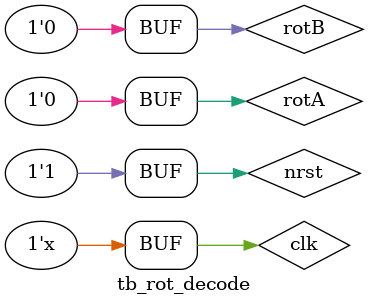
<source format=v>
`timescale 1ns / 1ps


module tb_rot_decode;

	// Inputs
	reg clk;
	reg nrst;
	reg rotA;
	reg rotB;

	// Outputs
	wire rotated;
	wire dir;

	// Instantiate the Unit Under Test (UUT)
	rot_decode uut (
		.clk(clk), 
		.nrst(nrst), 
		.rotA(rotA), 
		.rotB(rotB), 
		.rotated(rotated), 
		.dir(dir)
	);

	always
		#10 clk = ~clk;
		
	initial begin
		// Initialize Inputs
		clk = 0;
		nrst = 0;
		rotA = 0;
		rotB = 0;

		// Wait 100 ns for global reset to finish
		#100;
        
		// Add stimulus here
		nrst = 1;
		//test left direction(CCW)
		rotB = 1;
		#10;
		rotA = 1;
		#10;
		rotB = 0;
		#10;
		rotA = 0;
		#20;
		
		rotB = 1;
		#10;
		rotA = 1;
		#10;
		rotB = 0;
		#10;
		rotA = 0;
		#20;
		
		rotB = 1;
		#10;
		rotA = 1;
		#10;
		rotB = 0;
		#10;
		rotA = 0;
		#20;
		
		rotB = 1;
		#10;
		rotA = 1;
		#10;
		rotB = 0;
		#10;
		rotA = 0;
		#20;
		
		rotB = 1;
		#10;
		rotA = 1;
		#10;
		rotB = 0;
		#10;
		rotA = 0;
		#20;
		
		rotB = 1;
		#10;
		rotA = 1;
		#10;
		rotB = 0;
		#10;
		rotA = 0;
		#20;
		
		rotB = 1;
		#10;
		rotA = 1;
		#10;
		rotB = 0;
		#10;
		rotA = 0;
		#20;
		
	end
      
endmodule


</source>
